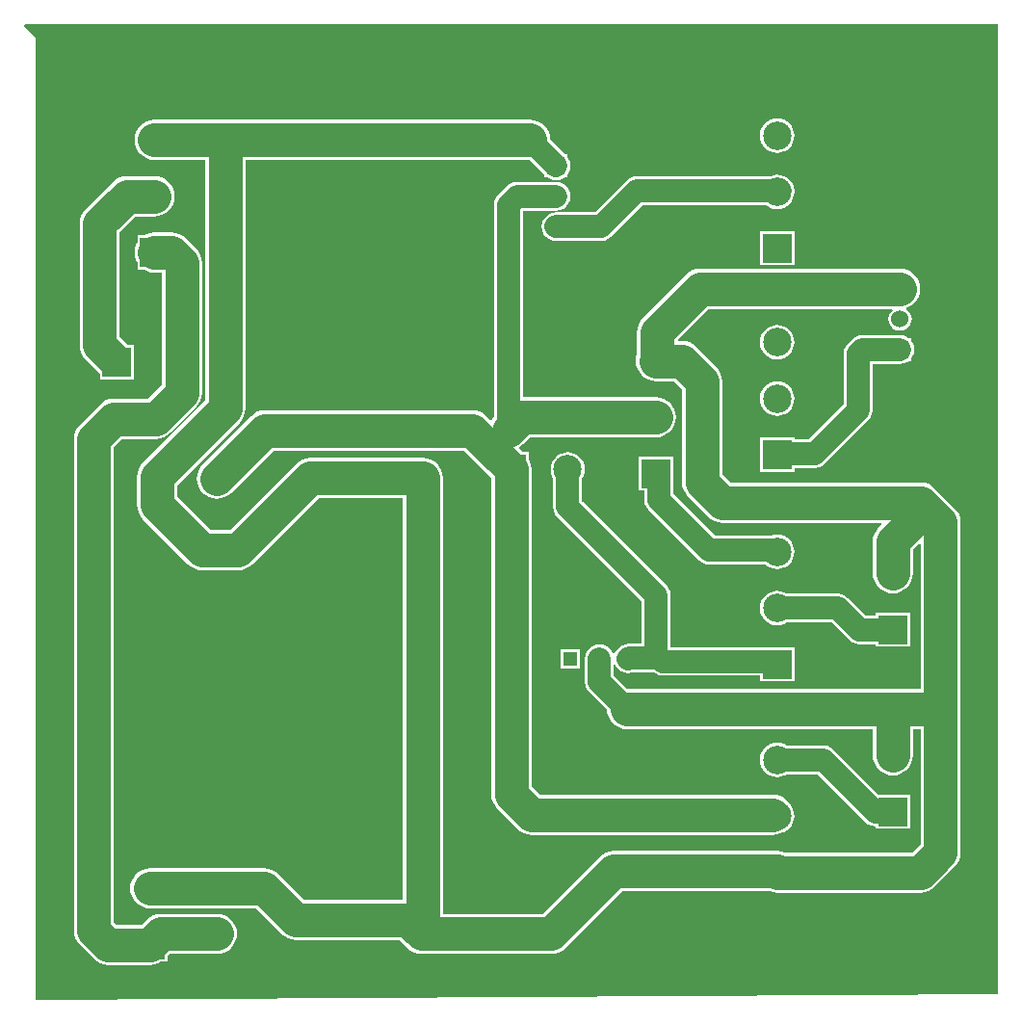
<source format=gbr>
%TF.GenerationSoftware,Altium Limited,Altium Designer,20.2.4 (192)*%
G04 Layer_Physical_Order=2*
G04 Layer_Color=16711680*
%FSLAX45Y45*%
%MOMM*%
%TF.SameCoordinates,FF6026EA-4B4A-4AB5-BBF0-9A726D397CA4*%
%TF.FilePolarity,Positive*%
%TF.FileFunction,Copper,L2,Bot,Signal*%
%TF.Part,Single*%
G01*
G75*
%TA.AperFunction,Conductor*%
%ADD10C,3.00000*%
%ADD11C,2.00000*%
%ADD12C,0.25400*%
%TA.AperFunction,ComponentPad*%
%ADD13R,2.50000X2.50000*%
%ADD14C,2.50000*%
%ADD15C,1.52400*%
%ADD16R,1.52400X1.52400*%
%ADD17R,2.50000X2.50000*%
%ADD18R,1.20000X1.20000*%
%ADD19C,1.20000*%
G36*
X11404600Y2717800D02*
X11391900D01*
X2955407Y2667054D01*
X2946400Y2676008D01*
Y11125200D01*
X2843833Y11227767D01*
X2848694Y11239500D01*
X11404600D01*
Y2717800D01*
D02*
G37*
%LPC*%
G36*
X9461500Y10412728D02*
X9432016Y10409824D01*
X9403666Y10401224D01*
X9377538Y10387258D01*
X9354637Y10368463D01*
X9335842Y10345562D01*
X9321876Y10319434D01*
X9313276Y10291084D01*
X9310372Y10261600D01*
X9313276Y10232116D01*
X9321876Y10203766D01*
X9335842Y10177638D01*
X9354637Y10154737D01*
X9377538Y10135942D01*
X9403666Y10121976D01*
X9432016Y10113376D01*
X9461500Y10110472D01*
X9490984Y10113376D01*
X9519334Y10121976D01*
X9545462Y10135942D01*
X9568363Y10154737D01*
X9587158Y10177638D01*
X9601124Y10203766D01*
X9609724Y10232116D01*
X9612628Y10261600D01*
X9609724Y10291084D01*
X9601124Y10319434D01*
X9587158Y10345562D01*
X9568363Y10368463D01*
X9545462Y10387258D01*
X9519334Y10401224D01*
X9490984Y10409824D01*
X9461500Y10412728D01*
D02*
G37*
G36*
Y9917428D02*
X9432016Y9914524D01*
X9403666Y9905924D01*
X9402840Y9905482D01*
X8229602D01*
X8229600Y9905482D01*
X8196864Y9901172D01*
X8166359Y9888537D01*
X8140164Y9868436D01*
X7859709Y9587982D01*
X7518400D01*
X7485664Y9583672D01*
X7455159Y9571037D01*
X7428964Y9550936D01*
X7408863Y9524741D01*
X7396228Y9494236D01*
X7391918Y9461500D01*
X7396228Y9428764D01*
X7408863Y9398259D01*
X7428964Y9372064D01*
X7455159Y9351963D01*
X7485664Y9339328D01*
X7518400Y9335018D01*
X7912098D01*
X7912100Y9335018D01*
X7944836Y9339328D01*
X7975341Y9351963D01*
X8001536Y9372064D01*
X8281991Y9652518D01*
X9363067D01*
X9377538Y9640642D01*
X9403666Y9626676D01*
X9432016Y9618076D01*
X9461500Y9615172D01*
X9490984Y9618076D01*
X9519334Y9626676D01*
X9545462Y9640642D01*
X9568363Y9659437D01*
X9587158Y9682338D01*
X9601124Y9708466D01*
X9609724Y9736816D01*
X9612628Y9766300D01*
X9612235Y9770287D01*
X9613382Y9779000D01*
X9609072Y9811736D01*
X9596437Y9842241D01*
X9576336Y9868436D01*
X9550141Y9888537D01*
X9549111Y9888963D01*
X9545462Y9891958D01*
X9519334Y9905924D01*
X9490984Y9914524D01*
X9461500Y9917428D01*
D02*
G37*
G36*
X7289800Y10399749D02*
X3987800D01*
X3953416Y10396362D01*
X3920353Y10386333D01*
X3889881Y10370045D01*
X3863173Y10348127D01*
X3841255Y10321419D01*
X3824967Y10290947D01*
X3814938Y10257884D01*
X3811551Y10223500D01*
X3814938Y10189116D01*
X3824967Y10156053D01*
X3841255Y10125581D01*
X3863173Y10098873D01*
X3889881Y10076955D01*
X3920353Y10060667D01*
X3953416Y10050638D01*
X3987800Y10047251D01*
X4433851D01*
Y7934305D01*
X3885837Y7386291D01*
X3863919Y7359582D01*
X3847631Y7329111D01*
X3837602Y7296048D01*
X3834215Y7261664D01*
Y7013136D01*
X3837602Y6978752D01*
X3847631Y6945689D01*
X3863919Y6915218D01*
X3885837Y6888509D01*
X4282273Y6492073D01*
X4308981Y6470155D01*
X4339453Y6453867D01*
X4372516Y6443838D01*
X4406900Y6440451D01*
X4724400D01*
X4758784Y6443838D01*
X4791847Y6453867D01*
X4822319Y6470155D01*
X4849027Y6492073D01*
X5432405Y7075451D01*
X6170351D01*
Y3543818D01*
X5303336D01*
X5077627Y3769527D01*
X5050919Y3791445D01*
X5020447Y3807733D01*
X4987384Y3817762D01*
X4953000Y3821149D01*
X3949700D01*
X3915316Y3817762D01*
X3882253Y3807733D01*
X3851781Y3791445D01*
X3825073Y3769527D01*
X3803155Y3742819D01*
X3786867Y3712347D01*
X3776838Y3679284D01*
X3773451Y3644900D01*
X3776838Y3610516D01*
X3786867Y3577453D01*
X3803155Y3546981D01*
X3825073Y3520273D01*
X3851781Y3498355D01*
X3882253Y3482067D01*
X3915316Y3472038D01*
X3949700Y3468651D01*
X4879995D01*
X5105704Y3242942D01*
X5132413Y3221024D01*
X5162884Y3204737D01*
X5195946Y3194707D01*
X5230331Y3191320D01*
X5230333Y3191321D01*
X6140126D01*
X6210973Y3120473D01*
X6237681Y3098555D01*
X6268153Y3082267D01*
X6301215Y3072238D01*
X6335600Y3068851D01*
X7474200D01*
X7508584Y3072238D01*
X7541647Y3082267D01*
X7572118Y3098555D01*
X7598827Y3120473D01*
X8099405Y3621051D01*
X9396413D01*
X9427116Y3611738D01*
X9461500Y3608351D01*
X10720864D01*
X10755248Y3611738D01*
X10788311Y3621767D01*
X10818783Y3638055D01*
X10845491Y3659973D01*
X11021225Y3835708D01*
X11021227Y3835709D01*
X11043146Y3862418D01*
X11059433Y3892889D01*
X11069462Y3925952D01*
X11072849Y3960336D01*
X11072849Y3960339D01*
Y5219700D01*
Y6860061D01*
X11072849Y6860064D01*
X11069462Y6894448D01*
X11059433Y6927511D01*
X11043146Y6957982D01*
X11021227Y6984691D01*
X11021225Y6984692D01*
X10845491Y7160427D01*
X10818783Y7182345D01*
X10788311Y7198633D01*
X10755248Y7208662D01*
X10720864Y7212049D01*
X9049840D01*
X8977349Y7284541D01*
Y8102600D01*
X8973962Y8136984D01*
X8963933Y8170048D01*
X8947645Y8200519D01*
X8925727Y8227227D01*
X8925725Y8227228D01*
X8747927Y8405027D01*
X8721219Y8426945D01*
X8690747Y8443233D01*
X8657684Y8453262D01*
X8623300Y8456649D01*
X8594322D01*
X8589062Y8469349D01*
X8858865Y8739151D01*
X10471120D01*
X10475431Y8726451D01*
X10468538Y8721162D01*
X10452252Y8699938D01*
X10442015Y8675223D01*
X10438523Y8648700D01*
X10442015Y8622177D01*
X10452252Y8597462D01*
X10468538Y8576238D01*
X10489762Y8559952D01*
X10514477Y8549715D01*
X10541000Y8546223D01*
X10567523Y8549715D01*
X10592238Y8559952D01*
X10613462Y8576238D01*
X10629748Y8597462D01*
X10639985Y8622177D01*
X10643477Y8648700D01*
X10639985Y8675223D01*
X10629748Y8699938D01*
X10613462Y8721162D01*
X10595105Y8735248D01*
X10595642Y8748683D01*
X10608447Y8752567D01*
X10638919Y8768855D01*
X10665627Y8790773D01*
X10687545Y8817481D01*
X10703833Y8847953D01*
X10713862Y8881016D01*
X10717249Y8915400D01*
X10713862Y8949784D01*
X10703833Y8982847D01*
X10687545Y9013319D01*
X10665627Y9040027D01*
X10638919Y9061945D01*
X10608447Y9078233D01*
X10575384Y9088262D01*
X10541000Y9091649D01*
X8785863D01*
X8785860Y9091649D01*
X8751476Y9088262D01*
X8718413Y9078233D01*
X8687942Y9061946D01*
X8661233Y9040027D01*
X8280773Y8659567D01*
X8258855Y8632859D01*
X8242567Y8602387D01*
X8232538Y8569324D01*
X8229151Y8534940D01*
Y8338894D01*
X8221838Y8314784D01*
X8218451Y8280400D01*
X8221838Y8246016D01*
X8231867Y8212953D01*
X8248155Y8182481D01*
X8270073Y8155773D01*
X8296781Y8133855D01*
X8327253Y8117567D01*
X8360316Y8107538D01*
X8394700Y8104151D01*
X8550295D01*
X8624851Y8029596D01*
Y7211536D01*
X8628238Y7177152D01*
X8638267Y7144089D01*
X8654555Y7113617D01*
X8676473Y7086909D01*
X8852208Y6911175D01*
X8852209Y6911173D01*
X8878918Y6889254D01*
X8909389Y6872967D01*
X8942452Y6862938D01*
X8976836Y6859551D01*
X8976839Y6859551D01*
X10378305D01*
X10383165Y6847818D01*
X10352873Y6817527D01*
X10330955Y6790819D01*
X10314667Y6760347D01*
X10304638Y6727284D01*
X10301251Y6692900D01*
Y6413500D01*
X10304638Y6379116D01*
X10314667Y6346053D01*
X10330955Y6315581D01*
X10352873Y6288873D01*
X10379581Y6266955D01*
X10410053Y6250667D01*
X10443116Y6240638D01*
X10477500Y6237251D01*
X10511884Y6240638D01*
X10544947Y6250667D01*
X10575419Y6266955D01*
X10602127Y6288873D01*
X10624045Y6315581D01*
X10640333Y6346053D01*
X10650362Y6379116D01*
X10653749Y6413500D01*
Y6619895D01*
X10708618Y6674765D01*
X10720351Y6669905D01*
Y5395949D01*
X10490203D01*
X10490200Y5395949D01*
X10490197Y5395949D01*
X8143324D01*
X8025882Y5513391D01*
Y5611183D01*
X8038582Y5613709D01*
X8043863Y5600959D01*
X8063964Y5574764D01*
X8090159Y5554663D01*
X8120664Y5542028D01*
X8153400Y5537718D01*
X8186136Y5542028D01*
X8191061Y5544068D01*
X8376091D01*
X8393555Y5530667D01*
X8424060Y5518032D01*
X8456796Y5513722D01*
X9311100D01*
Y5463000D01*
X9611900D01*
Y5763800D01*
X9431219D01*
X9409296Y5766686D01*
X9409294Y5766686D01*
X8523813D01*
Y6220367D01*
X8523813Y6220369D01*
X8519503Y6253105D01*
X8506868Y6283610D01*
X8486767Y6309806D01*
X8486766Y6309806D01*
X7746482Y7050091D01*
Y7245480D01*
X7759624Y7270066D01*
X7768224Y7298416D01*
X7771128Y7327900D01*
X7768224Y7357384D01*
X7759624Y7385734D01*
X7745658Y7411862D01*
X7726863Y7434763D01*
X7703962Y7453558D01*
X7677834Y7467524D01*
X7649484Y7476124D01*
X7620000Y7479028D01*
X7590516Y7476124D01*
X7562166Y7467524D01*
X7536038Y7453558D01*
X7513137Y7434763D01*
X7494342Y7411862D01*
X7480376Y7385734D01*
X7471776Y7357384D01*
X7468872Y7327900D01*
X7471776Y7298416D01*
X7480376Y7270066D01*
X7493518Y7245480D01*
Y6997702D01*
X7493518Y6997700D01*
X7497828Y6964964D01*
X7510463Y6934459D01*
X7530564Y6908264D01*
X8270849Y6167979D01*
Y5797032D01*
X8159750D01*
X8127014Y5792722D01*
X8096509Y5780087D01*
X8070314Y5759986D01*
X8070313Y5759985D01*
X8063964Y5753636D01*
X8043863Y5727441D01*
X8033273Y5701874D01*
X8019527D01*
X8008937Y5727441D01*
X7988836Y5753636D01*
X7962641Y5773737D01*
X7932136Y5786372D01*
X7899400Y5790682D01*
X7866664Y5786372D01*
X7836159Y5773737D01*
X7809964Y5753636D01*
X7789863Y5727441D01*
X7777228Y5696936D01*
X7772918Y5664200D01*
Y5461002D01*
X7772918Y5461000D01*
X7777228Y5428264D01*
X7789863Y5397759D01*
X7809964Y5371564D01*
X7964738Y5216789D01*
X7967838Y5185316D01*
X7977867Y5152253D01*
X7994155Y5121781D01*
X8016073Y5095073D01*
X8042781Y5073155D01*
X8073253Y5056867D01*
X8106316Y5046838D01*
X8140700Y5043451D01*
X10301251D01*
Y4813300D01*
X10304638Y4778916D01*
X10314667Y4745853D01*
X10330955Y4715381D01*
X10352873Y4688673D01*
X10379581Y4666755D01*
X10410053Y4650467D01*
X10443116Y4640438D01*
X10477500Y4637051D01*
X10511884Y4640438D01*
X10544947Y4650467D01*
X10575419Y4666755D01*
X10602127Y4688673D01*
X10624045Y4715381D01*
X10640333Y4745853D01*
X10650362Y4778916D01*
X10653749Y4813300D01*
Y5043451D01*
X10720351D01*
Y4033340D01*
X10647859Y3960849D01*
X9526587D01*
X9495884Y3970162D01*
X9461500Y3973549D01*
X8026400D01*
X7992016Y3970162D01*
X7958953Y3960133D01*
X7928481Y3943845D01*
X7901773Y3921927D01*
X7401195Y3421349D01*
X6522849D01*
Y7251700D01*
X6519462Y7286084D01*
X6509432Y7319147D01*
X6493145Y7349619D01*
X6471227Y7376327D01*
X6444518Y7398245D01*
X6414047Y7414533D01*
X6380984Y7424562D01*
X6346600Y7427949D01*
X5359400D01*
X5325016Y7424562D01*
X5291953Y7414533D01*
X5261481Y7398245D01*
X5234773Y7376327D01*
X4651395Y6792949D01*
X4479905D01*
X4186712Y7086141D01*
Y7188659D01*
X4734727Y7736673D01*
X4756645Y7763381D01*
X4772933Y7793853D01*
X4782962Y7826916D01*
X4786349Y7861300D01*
X4786349Y7861303D01*
Y10047251D01*
X7287176D01*
X7416800Y9917627D01*
Y9893300D01*
X7444816D01*
X7455159Y9885363D01*
X7485664Y9872728D01*
X7518400Y9868418D01*
X7551136Y9872728D01*
X7581641Y9885363D01*
X7591984Y9893300D01*
X7620000D01*
Y9921316D01*
X7627937Y9931659D01*
X7640572Y9962164D01*
X7644882Y9994900D01*
X7640572Y10027636D01*
X7627937Y10058141D01*
X7620000Y10068484D01*
Y10096500D01*
X7595673D01*
X7465762Y10226411D01*
X7462662Y10257884D01*
X7452633Y10290947D01*
X7436345Y10321419D01*
X7414427Y10348127D01*
X7387719Y10370045D01*
X7357247Y10386333D01*
X7324184Y10396362D01*
X7289800Y10399749D01*
D02*
G37*
G36*
X9611900Y9421400D02*
X9311100D01*
Y9120600D01*
X9611900D01*
Y9421400D01*
D02*
G37*
G36*
X9461500Y8596628D02*
X9432016Y8593724D01*
X9403666Y8585124D01*
X9377538Y8571158D01*
X9354637Y8552363D01*
X9335842Y8529462D01*
X9321876Y8503334D01*
X9313276Y8474984D01*
X9310372Y8445500D01*
X9313276Y8416016D01*
X9321876Y8387666D01*
X9335842Y8361538D01*
X9354637Y8338637D01*
X9377538Y8319842D01*
X9403666Y8305876D01*
X9432016Y8297276D01*
X9461500Y8294372D01*
X9490984Y8297276D01*
X9519334Y8305876D01*
X9545462Y8319842D01*
X9568363Y8338637D01*
X9587158Y8361538D01*
X9601124Y8387666D01*
X9609724Y8416016D01*
X9612628Y8445500D01*
X9609724Y8474984D01*
X9601124Y8503334D01*
X9587158Y8529462D01*
X9568363Y8552363D01*
X9545462Y8571158D01*
X9519334Y8585124D01*
X9490984Y8593724D01*
X9461500Y8596628D01*
D02*
G37*
G36*
X3987800Y9904449D02*
X3746500D01*
X3712116Y9901062D01*
X3679053Y9891033D01*
X3648581Y9874745D01*
X3621873Y9852827D01*
X3380573Y9611527D01*
X3358655Y9584819D01*
X3342367Y9554347D01*
X3332338Y9521284D01*
X3328951Y9486900D01*
Y8420100D01*
X3332338Y8385716D01*
X3342367Y8352653D01*
X3358655Y8322181D01*
X3380573Y8295473D01*
X3494873Y8181173D01*
X3507200Y8171057D01*
Y8117300D01*
X3808000D01*
Y8418100D01*
X3754243D01*
X3744127Y8430427D01*
X3681449Y8493105D01*
Y9413895D01*
X3819505Y9551951D01*
X3987800D01*
X4022184Y9555338D01*
X4055247Y9565367D01*
X4085719Y9581655D01*
X4112427Y9603573D01*
X4134345Y9630281D01*
X4150633Y9660753D01*
X4160662Y9693816D01*
X4164049Y9728200D01*
X4160662Y9762584D01*
X4150633Y9795647D01*
X4134345Y9826119D01*
X4112427Y9852827D01*
X4085719Y9874745D01*
X4055247Y9891033D01*
X4022184Y9901062D01*
X3987800Y9904449D01*
D02*
G37*
G36*
X4140200Y9409149D02*
X3987800D01*
X3953416Y9405762D01*
X3920353Y9395733D01*
X3897093Y9383300D01*
X3837400D01*
Y9323607D01*
X3824967Y9300347D01*
X3814938Y9267284D01*
X3811551Y9232900D01*
X3814938Y9198516D01*
X3824967Y9165453D01*
X3837400Y9142193D01*
Y9082500D01*
X3897093D01*
X3920353Y9070067D01*
X3953416Y9060038D01*
X3987800Y9056651D01*
X4052851D01*
Y8074005D01*
X3927495Y7948649D01*
X3657600D01*
X3644900Y7947398D01*
X3632200Y7948649D01*
X3597816Y7945262D01*
X3564752Y7935233D01*
X3534281Y7918945D01*
X3507573Y7897026D01*
X3329773Y7719227D01*
X3307855Y7692519D01*
X3291567Y7662047D01*
X3281538Y7628984D01*
X3278151Y7594600D01*
Y3276600D01*
X3281538Y3242216D01*
X3291567Y3209153D01*
X3307855Y3178681D01*
X3329773Y3151973D01*
X3456773Y3024973D01*
X3483481Y3003055D01*
X3513953Y2986767D01*
X3547016Y2976738D01*
X3581400Y2973351D01*
X3581403Y2973351D01*
X3949700D01*
X3984084Y2976738D01*
X4017147Y2986767D01*
X4040407Y2999200D01*
X4100100D01*
Y3050747D01*
X4118205Y3068851D01*
X4535600D01*
X4569985Y3072238D01*
X4603047Y3082267D01*
X4633519Y3098555D01*
X4660227Y3120473D01*
X4682145Y3147181D01*
X4698433Y3177653D01*
X4708462Y3210715D01*
X4711849Y3245100D01*
X4708462Y3279484D01*
X4698433Y3312547D01*
X4682145Y3343018D01*
X4660227Y3369727D01*
X4633519Y3391645D01*
X4603047Y3407932D01*
X4569985Y3417962D01*
X4535600Y3421349D01*
X4045202D01*
X4045200Y3421349D01*
X4010815Y3417962D01*
X3977753Y3407932D01*
X3947282Y3391645D01*
X3920573Y3369727D01*
X3876695Y3325849D01*
X3654405D01*
X3630649Y3349605D01*
Y7521595D01*
X3705204Y7596151D01*
X4000500D01*
X4034884Y7599538D01*
X4067947Y7609567D01*
X4098419Y7625855D01*
X4125127Y7647773D01*
X4353727Y7876373D01*
X4375645Y7903081D01*
X4391933Y7933553D01*
X4401962Y7966616D01*
X4405349Y8001000D01*
Y9143997D01*
X4405349Y9144000D01*
X4401962Y9178384D01*
X4391933Y9211447D01*
X4375646Y9241918D01*
X4353727Y9268627D01*
X4264827Y9357527D01*
X4238119Y9379445D01*
X4207647Y9395733D01*
X4174584Y9405762D01*
X4140200Y9409149D01*
D02*
G37*
G36*
X9461500Y8101328D02*
X9432016Y8098424D01*
X9403666Y8089824D01*
X9377538Y8075858D01*
X9354637Y8057063D01*
X9335842Y8034162D01*
X9321876Y8008034D01*
X9313276Y7979684D01*
X9310372Y7950200D01*
X9313276Y7920716D01*
X9321876Y7892366D01*
X9335842Y7866238D01*
X9354637Y7843337D01*
X9377538Y7824542D01*
X9403666Y7810576D01*
X9432016Y7801976D01*
X9461500Y7799072D01*
X9490984Y7801976D01*
X9519334Y7810576D01*
X9545462Y7824542D01*
X9568363Y7843337D01*
X9587158Y7866238D01*
X9601124Y7892366D01*
X9609724Y7920716D01*
X9612628Y7950200D01*
X9609724Y7979684D01*
X9601124Y8008034D01*
X9587158Y8034162D01*
X9568363Y8057063D01*
X9545462Y8075858D01*
X9519334Y8089824D01*
X9490984Y8098424D01*
X9461500Y8101328D01*
D02*
G37*
G36*
X7175500Y9854682D02*
X7142764Y9850372D01*
X7112259Y9837737D01*
X7086064Y9817636D01*
X7009864Y9741436D01*
X6989763Y9715241D01*
X6977128Y9684736D01*
X6972818Y9652000D01*
X6972818Y9651998D01*
Y7793166D01*
X6952755Y7768718D01*
X6950946Y7765334D01*
X6938383Y7763470D01*
X6906427Y7795427D01*
X6879719Y7817345D01*
X6849247Y7833633D01*
X6816184Y7843662D01*
X6781800Y7847049D01*
X4961300D01*
X4926915Y7843662D01*
X4893853Y7833633D01*
X4863381Y7817345D01*
X4836673Y7795427D01*
X4410973Y7369727D01*
X4389055Y7343018D01*
X4372767Y7312547D01*
X4362738Y7279484D01*
X4359351Y7245100D01*
X4362738Y7210716D01*
X4372767Y7177653D01*
X4389055Y7147182D01*
X4410973Y7120473D01*
X4437682Y7098555D01*
X4468153Y7082268D01*
X4501216Y7072238D01*
X4535600Y7068851D01*
X4569984Y7072238D01*
X4603047Y7082268D01*
X4633518Y7098555D01*
X4660227Y7120473D01*
X5034305Y7494551D01*
X6708795D01*
X6948451Y7254895D01*
Y4468336D01*
X6951838Y4433952D01*
X6961867Y4400889D01*
X6978155Y4370417D01*
X7000073Y4343709D01*
X7175808Y4167975D01*
X7175809Y4167973D01*
X7202518Y4146054D01*
X7232989Y4129767D01*
X7266052Y4119738D01*
X7300436Y4116351D01*
X7300439Y4116351D01*
X9423400D01*
X9457784Y4119738D01*
X9490847Y4129767D01*
X9498926Y4134085D01*
X9519334Y4140276D01*
X9545462Y4154242D01*
X9568363Y4173037D01*
X9587158Y4195938D01*
X9601124Y4222066D01*
X9609724Y4250416D01*
X9612628Y4279900D01*
X9609724Y4309384D01*
X9601124Y4337734D01*
X9587158Y4363862D01*
X9578656Y4374221D01*
X9569945Y4390519D01*
X9548027Y4417227D01*
X9521319Y4439145D01*
X9490847Y4455433D01*
X9457784Y4465462D01*
X9423400Y4468849D01*
X7373440D01*
X7300949Y4541341D01*
Y7327900D01*
X7297562Y7362284D01*
X7287533Y7395347D01*
X7275100Y7418607D01*
Y7478300D01*
X7223553D01*
X7191970Y7509883D01*
X7193834Y7522446D01*
X7197218Y7524255D01*
X7223927Y7546173D01*
X7286605Y7608851D01*
X8394700D01*
X8429084Y7612238D01*
X8462147Y7622267D01*
X8492619Y7638555D01*
X8519327Y7660473D01*
X8541245Y7687181D01*
X8557533Y7717653D01*
X8567562Y7750716D01*
X8570949Y7785100D01*
X8567562Y7819484D01*
X8557533Y7852547D01*
X8541245Y7883019D01*
X8519327Y7909727D01*
X8492619Y7931645D01*
X8462147Y7947933D01*
X8429084Y7957962D01*
X8394700Y7961349D01*
X7225782D01*
Y9599609D01*
X7227891Y9601718D01*
X7518400D01*
X7551136Y9606028D01*
X7581641Y9618663D01*
X7607836Y9638764D01*
X7627937Y9664959D01*
X7640572Y9695464D01*
X7644882Y9728200D01*
X7640572Y9760936D01*
X7627937Y9791441D01*
X7607836Y9817636D01*
X7581641Y9837737D01*
X7551136Y9850372D01*
X7518400Y9854682D01*
X7175502D01*
X7175500Y9854682D01*
D02*
G37*
G36*
X10210800Y8508482D02*
X10178064Y8504172D01*
X10147559Y8491537D01*
X10121364Y8471436D01*
X10083264Y8433336D01*
X10063163Y8407141D01*
X10050528Y8376636D01*
X10046218Y8343900D01*
X10046218Y8343898D01*
Y7900991D01*
X9739309Y7594082D01*
X9611900D01*
Y7605300D01*
X9311100D01*
Y7304500D01*
X9611900D01*
Y7341118D01*
X9791698D01*
X9791700Y7341118D01*
X9824436Y7345428D01*
X9854941Y7358063D01*
X9881136Y7378164D01*
X10262135Y7759163D01*
X10262136Y7759164D01*
X10282237Y7785359D01*
X10294872Y7815864D01*
X10299182Y7848600D01*
Y8255518D01*
X10541000D01*
X10573736Y8259828D01*
X10604241Y8272463D01*
X10614584Y8280400D01*
X10642600D01*
Y8308416D01*
X10650537Y8318759D01*
X10663172Y8349264D01*
X10667482Y8382000D01*
X10663172Y8414736D01*
X10650537Y8445241D01*
X10642600Y8455584D01*
Y8483600D01*
X10614584D01*
X10604241Y8491537D01*
X10573736Y8504172D01*
X10541000Y8508482D01*
X10210802D01*
X10210800Y8508482D01*
D02*
G37*
G36*
X8545100Y7440200D02*
X8244300D01*
Y7139400D01*
X8293218D01*
Y7061602D01*
X8293218Y7061600D01*
X8297527Y7028864D01*
X8310163Y6998359D01*
X8330264Y6972164D01*
X8775164Y6527264D01*
X8801359Y6507163D01*
X8831864Y6494528D01*
X8864600Y6490218D01*
X9363067D01*
X9377538Y6478342D01*
X9403666Y6464376D01*
X9432016Y6455776D01*
X9461500Y6452872D01*
X9490984Y6455776D01*
X9519334Y6464376D01*
X9545462Y6478342D01*
X9568363Y6497137D01*
X9587158Y6520038D01*
X9601124Y6546166D01*
X9609724Y6574516D01*
X9612628Y6604000D01*
X9609724Y6633484D01*
X9601124Y6661834D01*
X9587158Y6687962D01*
X9568363Y6710863D01*
X9545462Y6729658D01*
X9519334Y6743624D01*
X9490984Y6752224D01*
X9461500Y6755128D01*
X9432016Y6752224D01*
X9403666Y6743624D01*
X9402840Y6743182D01*
X8916991D01*
X8546182Y7113991D01*
Y7264798D01*
X8546182Y7264800D01*
X8545100Y7273020D01*
Y7440200D01*
D02*
G37*
G36*
X9461500Y6259828D02*
X9432016Y6256924D01*
X9403666Y6248324D01*
X9377538Y6234358D01*
X9354637Y6215563D01*
X9335842Y6192662D01*
X9321876Y6166534D01*
X9313276Y6138184D01*
X9310372Y6108700D01*
X9313276Y6079216D01*
X9321876Y6050866D01*
X9335842Y6024738D01*
X9354637Y6001837D01*
X9377538Y5983042D01*
X9403666Y5969076D01*
X9432016Y5960476D01*
X9461500Y5957572D01*
X9490984Y5960476D01*
X9519334Y5969076D01*
X9543920Y5982218D01*
X9942509D01*
X10095963Y5828765D01*
X10095964Y5828764D01*
X10122159Y5808663D01*
X10152664Y5796028D01*
X10185400Y5791718D01*
X10327100D01*
Y5767800D01*
X10627900D01*
Y6068600D01*
X10327100D01*
Y6044682D01*
X10237791D01*
X10084336Y6198136D01*
X10058141Y6218237D01*
X10027636Y6230872D01*
X9994900Y6235182D01*
X9994898Y6235182D01*
X9543920D01*
X9519334Y6248324D01*
X9490984Y6256924D01*
X9461500Y6259828D01*
D02*
G37*
G36*
X7730800Y5749600D02*
X7560000D01*
Y5578800D01*
X7730800D01*
Y5749600D01*
D02*
G37*
G36*
X9461500Y4926328D02*
X9432016Y4923424D01*
X9403666Y4914824D01*
X9377538Y4900858D01*
X9354637Y4882063D01*
X9335842Y4859162D01*
X9321876Y4833034D01*
X9313276Y4804684D01*
X9310372Y4775200D01*
X9313276Y4745716D01*
X9321876Y4717366D01*
X9335842Y4691238D01*
X9354637Y4668337D01*
X9377538Y4649542D01*
X9403666Y4635576D01*
X9432016Y4626976D01*
X9461500Y4624072D01*
X9490984Y4626976D01*
X9519334Y4635576D01*
X9543920Y4648718D01*
X9815509D01*
X10235663Y4228565D01*
X10235664Y4228564D01*
X10261859Y4208463D01*
X10292364Y4195828D01*
X10325100Y4191518D01*
X10327100D01*
Y4167600D01*
X10627900D01*
Y4468400D01*
X10353573D01*
X9957336Y4864636D01*
X9931141Y4884737D01*
X9900636Y4897372D01*
X9867900Y4901682D01*
X9867898Y4901682D01*
X9543920D01*
X9519334Y4914824D01*
X9490984Y4923424D01*
X9461500Y4926328D01*
D02*
G37*
%LPD*%
D10*
X4610100Y7861300D02*
Y10223500D01*
X4010464Y7013136D02*
Y7261664D01*
Y7013136D02*
X4406900Y6616700D01*
X4010464Y7261664D02*
X4610100Y7861300D01*
X10896600Y3960336D02*
Y5219700D01*
X10720864Y3784600D02*
X10896600Y3960336D01*
X9461500Y3784600D02*
X10720864D01*
X3987800Y10223500D02*
X4610100D01*
X7289800D01*
X10477500Y6692900D02*
X10720864Y6936264D01*
X10477500Y6413500D02*
Y6692900D01*
X6346600Y3367569D02*
Y7251700D01*
X10477500Y5219700D02*
X10896600D01*
X8026400Y3797300D02*
X9461500D01*
X10720864Y6936264D02*
Y7035800D01*
X8140700Y5219700D02*
X10477500D01*
X6346600Y3251700D02*
Y3367569D01*
X10720864Y7035800D02*
X10896600Y6860064D01*
X6335600Y3245100D02*
X7474200D01*
X10477500Y4813300D02*
Y5207000D01*
X10490200Y5219700D01*
X10896600D02*
Y6860064D01*
X8801100Y7211536D02*
Y8102600D01*
Y7211536D02*
X8976836Y7035800D01*
X10720864D01*
X8785860Y8915400D02*
X10541000D01*
X8405400Y8534940D02*
X8785860Y8915400D01*
X8405400Y8291100D02*
Y8534940D01*
X4961300Y7670800D02*
X6781800D01*
X4535600Y7245100D02*
X4961300Y7670800D01*
X5359400Y7251700D02*
X6346600D01*
X4724400Y6616700D02*
X5359400Y7251700D01*
X4406900Y6616700D02*
X4724400D01*
X6781800Y7670800D02*
X7099300Y7353300D01*
Y7670800D02*
X7213600Y7785100D01*
X3987800Y9232900D02*
X4140200D01*
X4229100Y9144000D01*
Y8001000D02*
Y9144000D01*
X4000500Y7772400D02*
X4229100Y8001000D01*
X3657600Y7772400D02*
X4000500D01*
X3505200Y8420100D02*
X3619500Y8305800D01*
X8394700Y8280400D02*
X8623300D01*
X8801100Y8102600D01*
X7213600Y7785100D02*
X8394700D01*
X7124700Y4468336D02*
X7300436Y4292600D01*
X7124700Y4468336D02*
Y7327900D01*
X7300436Y4292600D02*
X9423400D01*
X7474200Y3245100D02*
X8026400Y3797300D01*
X3454400Y7594600D02*
X3632200Y7772400D01*
X3454400Y3276600D02*
Y7594600D01*
Y3276600D02*
X3581400Y3149600D01*
X3949700D01*
X3746500Y9728200D02*
X3987800D01*
X3505200Y9486900D02*
X3746500Y9728200D01*
X3505200Y8420100D02*
Y9486900D01*
X3949700Y3644900D02*
X4953000D01*
X5230331Y3367569D01*
X3949700Y3149600D02*
X4045200Y3245100D01*
X4535600D01*
X6213131Y3367569D02*
X6335600Y3245100D01*
X5230331Y3367569D02*
X6213131D01*
D11*
X9461500Y6108700D02*
X9994900D01*
X10185400Y5918200D02*
X10477500D01*
X9994900Y6108700D02*
X10185400Y5918200D01*
X10325100Y4318000D02*
X10477500D01*
X9867900Y4775200D02*
X10325100Y4318000D01*
X9461500Y4775200D02*
X9867900D01*
X8394700Y7289800D02*
X8419700Y7264800D01*
Y7061600D02*
Y7264800D01*
Y7061600D02*
X8864600Y6616700D01*
X8426450Y5670550D02*
X8456796Y5640204D01*
X8397331Y5699669D02*
X8426450Y5670550D01*
X8159750D02*
X8426450D01*
X8153400Y5664200D02*
X8159750Y5670550D01*
X7899400Y5461000D02*
Y5664200D01*
Y5461000D02*
X8140700Y5219700D01*
X10210800Y8382000D02*
X10541000D01*
X10172700Y8343900D02*
X10210800Y8382000D01*
X9791700Y7467600D02*
X10172700Y7848600D01*
Y8343900D01*
X9486900Y7467600D02*
X9791700D01*
X7099300Y7670800D02*
Y9652000D01*
X8229600Y9779000D02*
X9486900D01*
X7912100Y9461500D02*
X8229600Y9779000D01*
X7518400Y9461500D02*
X7912100D01*
X7175500Y9728200D02*
X7518400D01*
X7099300Y9652000D02*
X7175500Y9728200D01*
X7289800Y10223500D02*
X7518400Y9994900D01*
X8864600Y6616700D02*
X9423400D01*
X9409296Y5640204D02*
X9423400Y5626100D01*
X8456796Y5640204D02*
X9409296D01*
X8397331Y5699669D02*
Y6220369D01*
X7620000Y6997700D02*
X8397331Y6220369D01*
X7620000Y6997700D02*
Y7327900D01*
D12*
X8394700Y8280400D02*
X8405400Y8291100D01*
X7099300Y7353300D02*
Y7670800D01*
Y7353300D02*
X7124700Y7327900D01*
X3632200Y7772400D02*
X3657600D01*
X3619500Y8305800D02*
X3657600Y8267700D01*
D13*
D03*
X9461500Y3784600D02*
D03*
Y5613400D02*
D03*
Y7454900D02*
D03*
Y9271000D02*
D03*
X3987800Y9232900D02*
D03*
X10477500Y5918200D02*
D03*
Y4318000D02*
D03*
X8394700Y7289800D02*
D03*
X3949700Y3149600D02*
D03*
D14*
X3657600Y7772400D02*
D03*
X9461500Y4775200D02*
D03*
Y4279900D02*
D03*
Y6604000D02*
D03*
Y6108700D02*
D03*
Y8445500D02*
D03*
Y7950200D02*
D03*
Y10261600D02*
D03*
Y9766300D02*
D03*
X3987800Y10223500D02*
D03*
Y9728200D02*
D03*
X10477500Y6413500D02*
D03*
Y4813300D02*
D03*
X7620000Y7327900D02*
D03*
X8394700Y8280400D02*
D03*
Y7785100D02*
D03*
X3949700Y3644900D02*
D03*
X4546600Y3251700D02*
D03*
X6346600D02*
D03*
Y7251700D02*
D03*
X4546600D02*
D03*
D15*
X7518400Y9728200D02*
D03*
Y9461500D02*
D03*
X10541000Y8915400D02*
D03*
Y8648700D02*
D03*
D16*
X7518400Y9994900D02*
D03*
X10541000Y8382000D02*
D03*
D17*
X7124700Y7327900D02*
D03*
D18*
X7645400Y5664200D02*
D03*
D19*
X7899400D02*
D03*
X8153400D02*
D03*
%TF.MD5,bf6c7313dede4e97a597f28d28b32249*%
M02*

</source>
